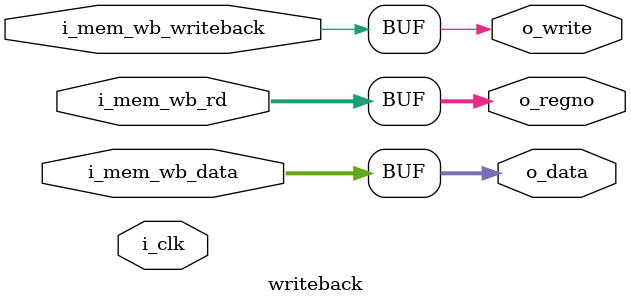
<source format=sv>

module writeback (
    // CPU General
    input i_clk,

    // Data from mem stage
    input wire        i_mem_wb_writeback,  // Writeback?
    input wire [31:0] i_mem_wb_data,       // The data to write.
    input wire [ 5:0] i_mem_wb_rd,         // The register to write to.

    // regfile write interface
    output wire        o_write,
    output wire [31:0] o_data,
    output wire [ 5:0] o_regno
);

  // Handle register control signals
  assign o_write = i_mem_wb_writeback;
  assign o_data = i_mem_wb_data;
  assign o_regno = i_mem_wb_rd;

endmodule


</source>
